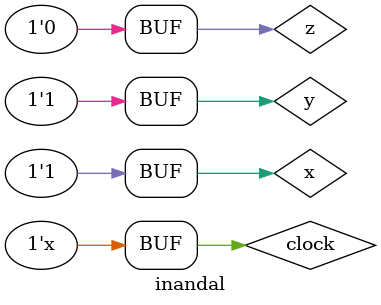
<source format=v>


module inandal;
reg clock,x,y,z;

initial begin
$monitor("x=%b y=%b z=%b ",x,y,z);
$dumpfile("clockedge.vcd");
$dumpvars();
clock=0;
end

always #5 clock=~clock;

always begin
#5 x=0;
#1 x=1; 
end

always begin
#4 y=1;
#6 y=1;
end

always begin
#5 z=1;
#4 z=0;
end 


endmodule

</source>
